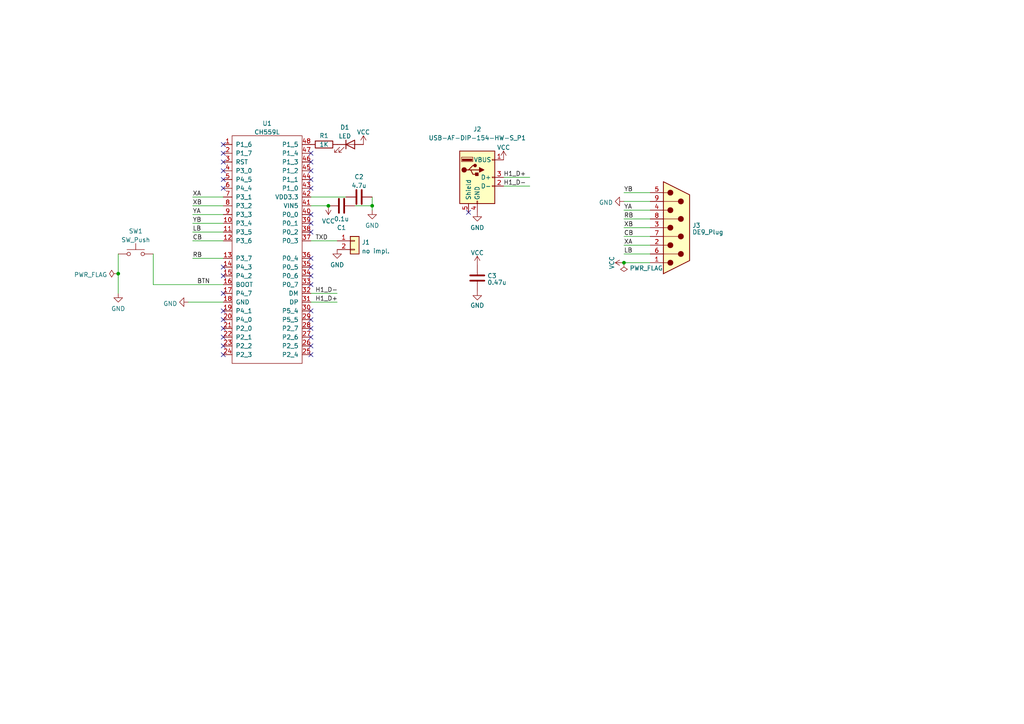
<source format=kicad_sch>
(kicad_sch (version 20230121) (generator eeschema)
  (paper "A4")
  (lib_symbols
    (symbol "Connector:DE9_Plug" (pin_names (offset 1.016) hide)
      (property "Reference" "J" (at 0 13.97 0))
      (property "Value" "DE9_Plug" (at 0 -14.605 0))
      (symbol "DE9_Plug_0_1"
        (circle (center -1.778 -10.16) (radius 0.762) (fill (type outline)))
        (circle (center -1.778 -5.08) (radius 0.762) (fill (type outline)))
        (circle (center -1.778 0) (radius 0.762) (fill (type outline)))
        (circle (center -1.778 5.08) (radius 0.762) (fill (type outline)))
        (circle (center -1.778 10.16) (radius 0.762) (fill (type outline)))
        (polyline (pts (xy -3.81 -10.16) (xy -2.54 -10.16)))
        (polyline (pts (xy -3.81 -7.62) (xy 0.508 -7.62)))
        (polyline (pts (xy -3.81 -5.08) (xy -2.54 -5.08)))
        (polyline (pts (xy -3.81 -2.54) (xy 0.508 -2.54)))
        (polyline (pts (xy -3.81 0) (xy -2.54 0)))
        (polyline (pts (xy -3.81 2.54) (xy 0.508 2.54)))
        (polyline (pts (xy -3.81 5.08) (xy -2.54 5.08)))
        (polyline (pts (xy -3.81 7.62) (xy 0.508 7.62)))
        (polyline (pts (xy -3.81 10.16) (xy -2.54 10.16)))
        (polyline (pts (xy -3.81 -13.335) (xy -3.81 13.335) (xy 3.81 9.525) (xy 3.81 -9.525) (xy -3.81 -13.335)) (stroke (width 0.254)) (fill (type background)))
        (circle (center 1.27 -7.62) (radius 0.762) (fill (type outline)))
        (circle (center 1.27 -2.54) (radius 0.762) (fill (type outline)))
        (circle (center 1.27 2.54) (radius 0.762) (fill (type outline)))
        (circle (center 1.27 7.62) (radius 0.762) (fill (type outline)))
      )
      (symbol "DE9_Plug_1_1"
        (pin passive line (at -7.62 -10.16 0) (length 3.81) (name "1") (number "1"))
        (pin passive line (at -7.62 -5.08 0) (length 3.81) (name "2") (number "2"))
        (pin passive line (at -7.62 0 0) (length 3.81) (name "3") (number "3"))
        (pin passive line (at -7.62 5.08 0) (length 3.81) (name "4") (number "4"))
        (pin passive line (at -7.62 10.16 0) (length 3.81) (name "5") (number "5"))
        (pin passive line (at -7.62 -7.62 0) (length 3.81) (name "6") (number "6"))
        (pin passive line (at -7.62 -2.54 0) (length 3.81) (name "7") (number "7"))
        (pin passive line (at -7.62 2.54 0) (length 3.81) (name "8") (number "8"))
        (pin passive line (at -7.62 7.62 0) (length 3.81) (name "9") (number "9"))
      )
    )
    (symbol "Connector:USB_A" (pin_names (offset 1.016))
      (property "Reference" "J" (at -5.08 11.43 0))
      (property "Value" "USB_A" (at -5.08 8.89 0))
      (symbol "USB_A_0_1"
        (rectangle (start -5.08 -7.62) (end 5.08 7.62) (stroke (width 0.254)) (fill (type background)))
        (circle (center -3.81 2.159) (radius 0.635) (stroke (width 0.254)) (fill (type outline)))
        (rectangle (start -1.524 4.826) (end -4.318 5.334) (fill (type outline)))
        (rectangle (start -1.27 4.572) (end -4.572 5.842))
        (circle (center -0.635 3.429) (radius 0.381) (stroke (width 0.254)) (fill (type outline)))
        (rectangle (start -0.127 -7.62) (end 0.127 -6.858))
        (polyline (pts (xy -3.175 2.159) (xy -2.54 2.159) (xy -1.27 3.429) (xy -0.635 3.429)) (stroke (width 0.254)))
        (polyline (pts (xy -2.54 2.159) (xy -1.905 2.159) (xy -1.27 0.889) (xy 0 0.889)) (stroke (width 0.254)))
        (polyline (pts (xy 0.635 2.794) (xy 0.635 1.524) (xy 1.905 2.159) (xy 0.635 2.794)) (stroke (width 0.254)) (fill (type outline)))
        (rectangle (start 0.254 1.27) (end -0.508 0.508) (stroke (width 0.254)) (fill (type outline)))
        (rectangle (start 5.08 -2.667) (end 4.318 -2.413))
        (rectangle (start 5.08 -0.127) (end 4.318 0.127))
        (rectangle (start 5.08 4.953) (end 4.318 5.207))
      )
      (symbol "USB_A_1_1"
        (polyline (pts (xy -1.905 2.159) (xy 0.635 2.159)) (stroke (width 0.254)))
        (pin power_in line (at 7.62 5.08 180) (length 2.54) (name "VBUS") (number "1"))
        (pin bidirectional line (at 7.62 -2.54 180) (length 2.54) (name "D-") (number "2"))
        (pin bidirectional line (at 7.62 0 180) (length 2.54) (name "D+") (number "3"))
        (pin power_in line (at 0 -10.16 90) (length 2.54) (name "GND") (number "4"))
        (pin passive line (at -2.54 -10.16 90) (length 2.54) (name "Shield") (number "5"))
      )
    )
    (symbol "Connector_Generic:Conn_01x02" (pin_names (offset 1.016) hide)
      (property "Reference" "J" (at 0 2.54 0))
      (property "Value" "Conn_01x02" (at 0 -5.08 0))
      (symbol "Conn_01x02_1_1"
        (rectangle (start -1.27 -2.413) (end 0 -2.667) (stroke (width 0.1524)))
        (rectangle (start -1.27 0.127) (end 0 -0.127) (stroke (width 0.1524)))
        (rectangle (start -1.27 1.27) (end 1.27 -3.81) (stroke (width 0.254)) (fill (type background)))
        (pin passive line (at -5.08 0 0) (length 3.81) (name "Pin_1") (number "1"))
        (pin passive line (at -5.08 -2.54 0) (length 3.81) (name "Pin_2") (number "2"))
      )
    )
    (symbol "Device:C" (pin_numbers hide) (pin_names (offset 0.254))
      (property "Reference" "C" (at 0.635 2.54 0))
      (property "Value" "C" (at 0.635 -2.54 0))
      (symbol "C_0_1"
        (polyline (pts (xy -2.032 -0.762) (xy 2.032 -0.762)) (stroke (width 0.508)))
        (polyline (pts (xy -2.032 0.762) (xy 2.032 0.762)) (stroke (width 0.508)))
      )
      (symbol "C_1_1"
        (pin passive line (at 0 3.81 270) (length 2.794) (name "~") (number "1"))
        (pin passive line (at 0 -3.81 90) (length 2.794) (name "~") (number "2"))
      )
    )
    (symbol "Device:LED" (pin_numbers hide) (pin_names (offset 1.016) hide)
      (property "Reference" "D" (at 0 2.54 0))
      (property "Value" "LED" (at 0 -2.54 0))
      (symbol "LED_0_1"
        (polyline (pts (xy -1.27 -1.27) (xy -1.27 1.27)) (stroke (width 0.254)))
        (polyline (pts (xy -1.27 0) (xy 1.27 0)))
        (polyline (pts (xy 1.27 -1.27) (xy 1.27 1.27) (xy -1.27 0) (xy 1.27 -1.27)) (stroke (width 0.254)))
        (polyline (pts (xy -3.048 -0.762) (xy -4.572 -2.286) (xy -3.81 -2.286) (xy -4.572 -2.286) (xy -4.572 -1.524)))
        (polyline (pts (xy -1.778 -0.762) (xy -3.302 -2.286) (xy -2.54 -2.286) (xy -3.302 -2.286) (xy -3.302 -1.524)))
      )
      (symbol "LED_1_1"
        (pin passive line (at -3.81 0 0) (length 2.54) (name "K") (number "1"))
        (pin passive line (at 3.81 0 180) (length 2.54) (name "A") (number "2"))
      )
    )
    (symbol "Device:R" (pin_numbers hide) (pin_names (offset 0))
      (property "Reference" "R" (at 2.032 0 90))
      (property "Value" "R" (at 0 0 90))
      (symbol "R_0_1"
        (rectangle (start -1.016 -2.54) (end 1.016 2.54) (stroke (width 0.254)))
      )
      (symbol "R_1_1"
        (pin passive line (at 0 3.81 270) (length 1.27) (name "~") (number "1"))
        (pin passive line (at 0 -3.81 90) (length 1.27) (name "~") (number "2"))
      )
    )
    (symbol "Switch:SW_Push" (pin_numbers hide) (pin_names (offset 1.016) hide)
      (property "Reference" "SW" (at 1.27 2.54 0))
      (property "Value" "SW_Push" (at 0 -1.524 0))
      (symbol "SW_Push_0_1"
        (circle (center -2.032 0) (radius 0.508))
        (polyline (pts (xy 0 1.27) (xy 0 3.048)))
        (polyline (pts (xy 2.54 1.27) (xy -2.54 1.27)))
        (circle (center 2.032 0) (radius 0.508))
        (pin passive line (at -5.08 0 0) (length 2.54) (name "1") (number "1"))
        (pin passive line (at 5.08 0 180) (length 2.54) (name "2") (number "2"))
      )
    )
    (symbol "power:GND" (power) (pin_names (offset 0))
      (property "Value" "GND" (at 0 -3.81 0))
      (symbol "GND_0_1"
        (polyline (pts (xy 0 0) (xy 0 -1.27) (xy 1.27 -1.27) (xy 0 -2.54) (xy -1.27 -1.27) (xy 0 -1.27)))
      )
      (symbol "GND_1_1"
        (pin power_in line (at 0 0 270) (length 0) hide (name "GND") (number "1"))
      )
    )
    (symbol "power:PWR_FLAG" (power) (pin_numbers hide) (pin_names (offset 0) hide)
      (property "Value" "PWR_FLAG" (at 0 3.81 0))
      (symbol "PWR_FLAG_0_0"
        (pin power_out line (at 0 0 90) (length 0) (name "pwr") (number "1"))
      )
      (symbol "PWR_FLAG_0_1"
        (polyline (pts (xy 0 0) (xy 0 1.27) (xy -1.016 1.905) (xy 0 2.54) (xy 1.016 1.905) (xy 0 1.27)))
      )
    )
    (symbol "power:VCC" (power) (pin_names (offset 0))
      (property "Value" "VCC" (at 0 3.81 0))
      (symbol "VCC_0_1"
        (polyline (pts (xy -0.762 1.27) (xy 0 2.54)))
        (polyline (pts (xy 0 0) (xy 0 2.54)))
        (polyline (pts (xy 0 2.54) (xy 0.762 1.27)))
      )
      (symbol "VCC_1_1"
        (pin power_in line (at 0 0 90) (length 0) hide (name "VCC") (number "1"))
      )
    )
    (symbol "toyoshim:CH559" (pin_names (offset 1.016))
      (property "Reference" "U" (at 0 36.83 0))
      (property "Value" "CH559" (at 0 34.29 0))
      (symbol "CH559_0_1"
        (rectangle (start -10.16 31.75) (end 10.16 -34.29))
      )
      (symbol "CH559_1_1"
        (pin tri_state line (at -12.7 29.21 0) (length 2.54) (name "P1_6") (number "1"))
        (pin tri_state line (at -12.7 6.35 0) (length 2.54) (name "P3_4") (number "10"))
        (pin tri_state line (at -12.7 3.81 0) (length 2.54) (name "P3_5") (number "11"))
        (pin tri_state line (at -12.7 1.27 0) (length 2.54) (name "P3_6") (number "12"))
        (pin tri_state line (at -12.7 -3.81 0) (length 2.54) (name "P3_7") (number "13"))
        (pin tri_state line (at -12.7 -6.35 0) (length 2.54) (name "P4_3") (number "14"))
        (pin tri_state line (at -12.7 -8.89 0) (length 2.54) (name "P4_2") (number "15"))
        (pin tri_state line (at -12.7 -11.43 0) (length 2.54) (name "BOOT") (number "16"))
        (pin tri_state line (at -12.7 -13.97 0) (length 2.54) (name "P4_7") (number "17"))
        (pin power_in line (at -12.7 -16.51 0) (length 2.54) (name "GND") (number "18"))
        (pin tri_state line (at -12.7 -19.05 0) (length 2.54) (name "P4_1") (number "19"))
        (pin tri_state line (at -12.7 26.67 0) (length 2.54) (name "P1_7") (number "2"))
        (pin tri_state line (at -12.7 -21.59 0) (length 2.54) (name "P4_0") (number "20"))
        (pin tri_state line (at -12.7 -24.13 0) (length 2.54) (name "P2_0") (number "21"))
        (pin tri_state line (at -12.7 -26.67 0) (length 2.54) (name "P2_1") (number "22"))
        (pin tri_state line (at -12.7 -29.21 0) (length 2.54) (name "P2_2") (number "23"))
        (pin tri_state line (at -12.7 -31.75 0) (length 2.54) (name "P2_3") (number "24"))
        (pin tri_state line (at 12.7 -31.75 180) (length 2.54) (name "P2_4") (number "25"))
        (pin tri_state line (at 12.7 -29.21 180) (length 2.54) (name "P2_5") (number "26"))
        (pin tri_state line (at 12.7 -26.67 180) (length 2.54) (name "P2_6") (number "27"))
        (pin tri_state line (at 12.7 -24.13 180) (length 2.54) (name "P2_7") (number "28"))
        (pin tri_state line (at 12.7 -21.59 180) (length 2.54) (name "P5_5") (number "29"))
        (pin tri_state line (at -12.7 24.13 0) (length 2.54) (name "RST") (number "3"))
        (pin tri_state line (at 12.7 -19.05 180) (length 2.54) (name "P5_4") (number "30"))
        (pin tri_state line (at 12.7 -16.51 180) (length 2.54) (name "DP") (number "31"))
        (pin tri_state line (at 12.7 -13.97 180) (length 2.54) (name "DM") (number "32"))
        (pin tri_state line (at 12.7 -11.43 180) (length 2.54) (name "P0_7") (number "33"))
        (pin tri_state line (at 12.7 -8.89 180) (length 2.54) (name "P0_6") (number "34"))
        (pin tri_state line (at 12.7 -6.35 180) (length 2.54) (name "P0_5") (number "35"))
        (pin tri_state line (at 12.7 -3.81 180) (length 2.54) (name "P0_4") (number "36"))
        (pin tri_state line (at 12.7 1.27 180) (length 2.54) (name "P0_3") (number "37"))
        (pin tri_state line (at 12.7 3.81 180) (length 2.54) (name "P0_2") (number "38"))
        (pin tri_state line (at 12.7 6.35 180) (length 2.54) (name "P0_1") (number "39"))
        (pin tri_state line (at -12.7 21.59 0) (length 2.54) (name "P3_0") (number "4"))
        (pin tri_state line (at 12.7 8.89 180) (length 2.54) (name "P0_0") (number "40"))
        (pin power_in line (at 12.7 11.43 180) (length 2.54) (name "VIN5") (number "41"))
        (pin power_out line (at 12.7 13.97 180) (length 2.54) (name "VDD3.3") (number "42"))
        (pin tri_state line (at 12.7 16.51 180) (length 2.54) (name "P1_0") (number "43"))
        (pin tri_state line (at 12.7 19.05 180) (length 2.54) (name "P1_1") (number "44"))
        (pin tri_state line (at 12.7 21.59 180) (length 2.54) (name "P1_2") (number "45"))
        (pin tri_state line (at 12.7 24.13 180) (length 2.54) (name "P1_3") (number "46"))
        (pin tri_state line (at 12.7 26.67 180) (length 2.54) (name "P1_4") (number "47"))
        (pin tri_state line (at 12.7 29.21 180) (length 2.54) (name "P1_5") (number "48"))
        (pin tri_state line (at -12.7 19.05 0) (length 2.54) (name "P4_5") (number "5"))
        (pin tri_state line (at -12.7 16.51 0) (length 2.54) (name "P4_4") (number "6"))
        (pin tri_state line (at -12.7 13.97 0) (length 2.54) (name "P3_1") (number "7"))
        (pin tri_state line (at -12.7 11.43 0) (length 2.54) (name "P3_2") (number "8"))
        (pin tri_state line (at -12.7 8.89 0) (length 2.54) (name "P3_3") (number "9"))
      )
    )
  )
  (junction (at 34.29 79.375))
  (junction (at 95.25 59.69))
  (junction (at 107.95 59.69))
  (junction (at 180.975 76.2))
  (no_connect (at 90.17 46.99))
  (no_connect (at 64.77 85.09))
  (no_connect (at 90.17 92.71))
  (no_connect (at 64.77 92.71))
  (no_connect (at 90.17 82.55))
  (no_connect (at 90.17 52.07))
  (no_connect (at 64.77 49.53))
  (no_connect (at 90.17 97.79))
  (no_connect (at 90.17 64.77))
  (no_connect (at 90.17 80.01))
  (no_connect (at 64.77 41.91))
  (no_connect (at 64.77 44.45))
  (no_connect (at 90.17 44.45))
  (no_connect (at 64.77 54.61))
  (no_connect (at 135.89 61.595))
  (no_connect (at 64.77 97.79))
  (no_connect (at 64.77 46.99))
  (no_connect (at 90.17 49.53))
  (no_connect (at 90.17 100.33))
  (no_connect (at 64.77 100.33))
  (no_connect (at 90.17 67.31))
  (no_connect (at 90.17 95.25))
  (no_connect (at 64.77 102.87))
  (no_connect (at 90.17 90.17))
  (no_connect (at 64.77 80.01))
  (no_connect (at 64.77 77.47))
  (no_connect (at 90.17 62.23))
  (no_connect (at 90.17 102.87))
  (no_connect (at 64.77 95.25))
  (no_connect (at 90.17 74.93))
  (no_connect (at 90.17 54.61))
  (no_connect (at 64.77 90.17))
  (no_connect (at 64.77 52.07))
  (no_connect (at 90.17 77.47))
  (wire (pts (xy 107.95 59.69) (xy 107.95 60.96)))
  (wire (pts (xy 180.975 58.42) (xy 188.595 58.42)))
  (wire (pts (xy 180.975 73.66) (xy 188.595 73.66)))
  (wire (pts (xy 55.88 67.31) (xy 64.77 67.31)))
  (wire (pts (xy 107.95 57.15) (xy 107.95 59.69)))
  (wire (pts (xy 180.975 55.88) (xy 188.595 55.88)))
  (wire (pts (xy 55.88 59.69) (xy 64.77 59.69)))
  (wire (pts (xy 180.975 63.5) (xy 188.595 63.5)))
  (wire (pts (xy 180.975 76.2) (xy 188.595 76.2)))
  (wire (pts (xy 44.45 82.55) (xy 64.77 82.55)))
  (wire (pts (xy 180.975 60.96) (xy 188.595 60.96)))
  (wire (pts (xy 34.29 73.66) (xy 34.29 79.375)))
  (wire (pts (xy 90.17 59.69) (xy 95.25 59.69)))
  (wire (pts (xy 34.29 79.375) (xy 34.29 85.09)))
  (wire (pts (xy 90.17 69.85) (xy 97.79 69.85)))
  (wire (pts (xy 90.17 85.09) (xy 97.79 85.09)))
  (wire (pts (xy 55.88 62.23) (xy 64.77 62.23)))
  (wire (pts (xy 180.975 68.58) (xy 188.595 68.58)))
  (wire (pts (xy 102.87 59.69) (xy 107.95 59.69)))
  (wire (pts (xy 55.88 57.15) (xy 64.77 57.15)))
  (wire (pts (xy 90.17 87.63) (xy 97.79 87.63)))
  (wire (pts (xy 55.88 69.85) (xy 64.77 69.85)))
  (wire (pts (xy 44.45 82.55) (xy 44.45 73.66)))
  (wire (pts (xy 180.975 71.12) (xy 188.595 71.12)))
  (wire (pts (xy 54.61 87.63) (xy 64.77 87.63)))
  (wire (pts (xy 146.05 51.435) (xy 153.67 51.435)))
  (wire (pts (xy 180.975 66.04) (xy 188.595 66.04)))
  (wire (pts (xy 90.17 57.15) (xy 100.33 57.15)))
  (wire (pts (xy 146.05 53.975) (xy 153.67 53.975)))
  (wire (pts (xy 55.88 64.77) (xy 64.77 64.77)))
  (wire (pts (xy 55.88 74.93) (xy 64.77 74.93)))
  (label "XA" (at 180.975 71.12 0))
  (label "H1_D+" (at 91.44 87.63 0))
  (label "TXD" (at 91.44 69.85 0))
  (label "XA" (at 55.88 57.15 0))
  (label "YA" (at 55.88 62.23 0))
  (label "YA" (at 180.975 60.96 0))
  (label "BTN" (at 57.15 82.55 0))
  (label "YB" (at 55.88 64.77 0))
  (label "RB" (at 180.975 63.5 0))
  (label "RB" (at 55.88 74.93 0))
  (label "H1_D-" (at 91.44 85.09 0))
  (label "CB" (at 180.975 68.58 0))
  (label "CB" (at 55.88 69.85 0))
  (label "H1_D-" (at 146.05 53.975 0))
  (label "XB" (at 55.88 59.69 0))
  (label "LB" (at 55.88 67.31 0))
  (label "YB" (at 180.975 55.88 0))
  (label "XB" (at 180.975 66.04 0))
  (label "LB" (at 180.975 73.66 0))
  (label "H1_D+" (at 146.05 51.435 0))
  (symbol (lib_id "power:VCC") (at 138.43 76.835 0) (unit 1)
    (property "Reference" "#PWR08" (effects hide))
    (property "Value" "VCC" (at 138.43 73.3331 0))
  )
  (symbol (lib_id "Connector:DE9_Plug") (at 196.215 66.04 0) (unit 1)
    (property "Reference" "J3" (at 200.787 65.3963 0) (effects (justify left)))
    (property "Value" "DE9_Plug" (at 200.787 67.3173 0) (effects (justify left)))
    (property "Footprint" "toyoshim:DSUB-9P-Male-FOXCONN_DT10121" (effects hide))
    (property "Datasheet" " ~" (effects hide))
    (property "LCSC" "C426221" (effects hide))
  )
  (symbol (lib_id "Connector:USB_A") (at 138.43 51.435 0) (unit 1)
    (property "Reference" "J2" (at 138.43 37.4681 0))
    (property "Value" "USB-AF-DIP-154-HW-S_P1" (at 138.43 40.005 0))
    (property "Footprint" "toyoshim:USB-A-TH_JTJ-USB-A-F-10.0-010" (effects hide))
    (property "Datasheet" " ~" (effects hide))
    (property "LCSC" "C42576" (effects hide))
  )
  (symbol (lib_id "power:VCC") (at 146.05 46.355 0) (unit 1)
    (property "Reference" "#PWR010" (effects hide))
    (property "Value" "VCC" (at 146.05 42.7792 0))
  )
  (symbol (lib_id "power:VCC") (at 105.41 41.91 0) (unit 1)
    (property "Reference" "#PWR05" (effects hide))
    (property "Value" "VCC" (at 105.41 38.3342 0))
  )
  (symbol (lib_id "Device:C") (at 138.43 80.645 0) (unit 1)
    (property "Reference" "C3" (at 141.351 80.0013 0) (effects (justify left)))
    (property "Value" "0.47u" (at 141.351 81.9223 0) (effects (justify left)))
    (property "Footprint" "Capacitor_SMD:C_0402_1005Metric" (effects hide))
  )
  (symbol (lib_id "power:GND") (at 138.43 61.595 0) (unit 1)
    (property "Reference" "#PWR07" (effects hide))
    (property "Value" "GND" (at 138.43 66.0384 0))
  )
  (symbol (lib_id "Device:C") (at 104.14 57.15 90) (unit 1)
    (property "Reference" "C2" (at 104.14 51.2912 90))
    (property "Value" "4.7u" (at 104.14 53.8281 90))
    (property "Footprint" "Capacitor_SMD:C_0402_1005Metric" (effects hide))
  )
  (symbol (lib_id "power:PWR_FLAG") (at 34.29 79.375 90) (unit 1)
    (property "Reference" "#FLG01" (effects hide))
    (property "Value" "PWR_FLAG" (at 31.1151 79.6918 90) (effects (justify left)))
  )
  (symbol (lib_id "Connector_Generic:Conn_01x02") (at 102.87 69.85 0) (unit 1)
    (property "Reference" "J1" (at 104.902 70.2853 0) (effects (justify left)))
    (property "Value" "no impl." (at 104.902 72.8222 0) (effects (justify left)))
    (property "Footprint" "Connector_PinHeader_2.54mm:PinHeader_2x01_P2.54mm_Vertical" (effects hide))
  )
  (symbol (lib_id "Device:LED") (at 101.6 41.91 0) (unit 1)
    (property "Reference" "D1" (at 100.0125 36.9402 0))
    (property "Value" "LED" (at 100.0125 39.4771 0))
    (property "Footprint" "LED_SMD:LED_0603_1608Metric_Pad1.05x0.95mm_HandSolder" (effects hide))
    (property "LCSC" "C965807" (effects hide))
  )
  (symbol (lib_id "power:VCC") (at 95.25 59.69 180) (unit 1)
    (property "Reference" "#PWR03" (effects hide))
    (property "Value" "VCC" (at 95.25 64.1334 0))
  )
  (symbol (lib_id "Device:R") (at 93.98 41.91 90) (unit 1)
    (property "Reference" "R1" (at 93.98 39.37 90))
    (property "Value" "1K" (at 93.98 41.91 90))
    (property "Footprint" "Resistor_SMD:R_0402_1005Metric" (effects hide))
  )
  (symbol (lib_id "power:GND") (at 107.95 60.96 0) (unit 1)
    (property "Reference" "#PWR06" (effects hide))
    (property "Value" "GND" (at 107.95 65.4034 0))
  )
  (symbol (lib_id "toyoshim:CH559") (at 77.47 71.12 0) (unit 1)
    (property "Reference" "U1" (at 77.47 35.7972 0))
    (property "Value" "CH559L" (at 77.47 38.3341 0))
    (property "Footprint" "Package_QFP:LQFP-48_7x7mm_P0.5mm" (effects hide))
    (property "LCSC" "C150548" (effects hide))
  )
  (symbol (lib_id "power:GND") (at 180.975 58.42 270) (unit 1)
    (property "Reference" "#PWR011" (effects hide))
    (property "Value" "GND" (at 177.8001 58.7368 90) (effects (justify right)))
  )
  (symbol (lib_id "power:GND") (at 97.79 72.39 0) (unit 1)
    (property "Reference" "#PWR04" (effects hide))
    (property "Value" "GND" (at 97.79 76.8334 0))
  )
  (symbol (lib_id "Switch:SW_Push") (at 39.37 73.66 0) (unit 1)
    (property "Reference" "SW1" (at 39.37 67.0392 0))
    (property "Value" "SW_Push" (at 39.37 69.5761 0))
    (property "Footprint" "toyoshim:TS-1159B" (effects hide))
    (property "LCSC" "C381055" (effects hide))
  )
  (symbol (lib_id "power:GND") (at 138.43 84.455 0) (unit 1)
    (property "Reference" "#PWR09" (effects hide))
    (property "Value" "GND" (at 138.43 88.5905 0))
  )
  (symbol (lib_id "Device:C") (at 99.06 59.69 90) (unit 1)
    (property "Reference" "C1" (at 99.06 66.04 90))
    (property "Value" "0.1u" (at 99.06 63.5 90))
    (property "Footprint" "Capacitor_SMD:C_0402_1005Metric" (effects hide))
  )
  (symbol (lib_id "power:GND") (at 34.29 85.09 0) (unit 1)
    (property "Reference" "#PWR01" (effects hide))
    (property "Value" "GND" (at 34.29 89.5334 0))
  )
  (symbol (lib_id "power:VCC") (at 180.975 76.2 90) (unit 1)
    (property "Reference" "#PWR012" (effects hide))
    (property "Value" "VCC" (at 177.4731 76.2 0))
  )
  (symbol (lib_id "power:GND") (at 54.61 87.63 270) (unit 1)
    (property "Reference" "#PWR02" (effects hide))
    (property "Value" "GND" (at 51.4351 88.0638 90) (effects (justify right)))
  )
  (symbol (lib_id "power:PWR_FLAG") (at 180.975 76.2 180) (unit 1)
    (property "Reference" "#FLG02" (effects hide))
    (property "Value" "PWR_FLAG" (at 182.626 77.7868 0) (effects (justify right)))
  )
)
</source>
